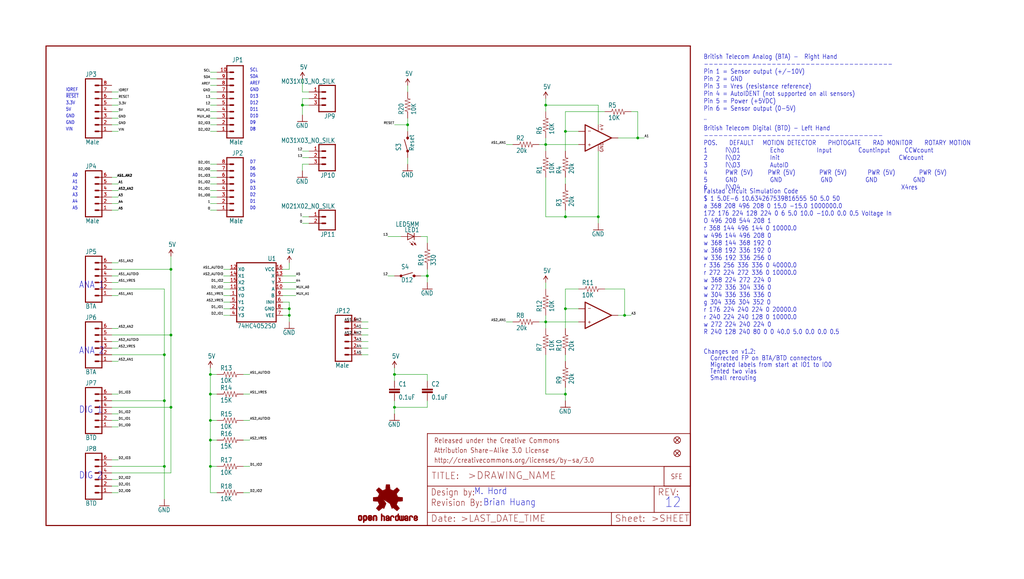
<source format=kicad_sch>
(kicad_sch (version 20211123) (generator eeschema)
  (paper "User" 395.63 223.926)
  (lib_symbols
    (symbol "schematicEagle-eagle-import:0.1UF-25V(+80{slash}-20%)(0603)"
      (property "Reference" "C" (at 1.524 2.921 0))
      (property "Value" "0.1UF-25V(+80{slash}-20%)(0603)" (at 1.524 -2.159 0))
      (symbol "0.1UF-25V(+80{slash}-20%)(0603)_1_0"
        (pin passive line (at 0 5.08 270) (length 2.54) (name "1") (number "1"))
        (pin passive line (at 0 -2.54 90) (length 2.54) (name "2") (number "2"))
      )
    )
    (symbol "schematicEagle-eagle-import:10KOHM1{slash}10W1%(0603)0603"
      (property "Reference" "R" (at -3.81 1.4986 0))
      (property "Value" "10KOHM1{slash}10W1%(0603)0603" (at -3.81 -3.302 0))
      (symbol "10KOHM1{slash}10W1%(0603)0603_1_0"
        (pin passive line (at -5.08 0 0) (length 2.54) (name "1") (number "1"))
        (pin passive line (at 5.08 0 180) (length 2.54) (name "2") (number "2"))
      )
    )
    (symbol "schematicEagle-eagle-import:15KOHM1{slash}10W1%(0603)0603"
      (property "Reference" "R" (at -3.81 1.4986 0))
      (property "Value" "15KOHM1{slash}10W1%(0603)0603" (at -3.81 -3.302 0))
      (symbol "15KOHM1{slash}10W1%(0603)0603_1_0"
        (pin passive line (at -5.08 0 0) (length 2.54) (name "1") (number "1"))
        (pin passive line (at 5.08 0 180) (length 2.54) (name "2") (number "2"))
      )
    )
    (symbol "schematicEagle-eagle-import:20KOHM1{slash}10W1%(0603)"
      (property "Reference" "R" (at -3.81 1.4986 0))
      (property "Value" "20KOHM1{slash}10W1%(0603)" (at -3.81 -3.302 0))
      (symbol "20KOHM1{slash}10W1%(0603)_1_0"
        (pin passive line (at -5.08 0 0) (length 2.54) (name "1") (number "1"))
        (pin passive line (at 5.08 0 180) (length 2.54) (name "2") (number "2"))
      )
    )
    (symbol "schematicEagle-eagle-import:330OHM1{slash}10W1%(0603)"
      (property "Reference" "R" (at -3.81 1.4986 0))
      (property "Value" "330OHM1{slash}10W1%(0603)" (at -3.81 -3.302 0))
      (symbol "330OHM1{slash}10W1%(0603)_1_0"
        (pin passive line (at -5.08 0 0) (length 2.54) (name "1") (number "1"))
        (pin passive line (at 5.08 0 180) (length 2.54) (name "2") (number "2"))
      )
    )
    (symbol "schematicEagle-eagle-import:5V" (power)
      (property "Value" "5V" (at -1.016 3.556 0))
      (symbol "5V_1_0"
        (pin power_in line (at 0 0 90) (length 2.54) (name "5V") (number "1"))
      )
    )
    (symbol "schematicEagle-eagle-import:74HC4052SO"
      (property "Reference" "U" (at -7.62 10.795 0))
      (property "Value" "74HC4052SO" (at -7.62 -15.24 0))
      (symbol "74HC4052SO_1_0"
        (pin bidirectional line (at 10.16 -2.54 180) (length 2.54) (name "Y0") (number "1"))
        (pin input line (at -10.16 0 0) (length 2.54) (name "A") (number "10"))
        (pin bidirectional line (at 10.16 0 180) (length 2.54) (name "X3") (number "11"))
        (pin bidirectional line (at 10.16 7.62 180) (length 2.54) (name "X0") (number "12"))
        (pin bidirectional line (at -10.16 5.08 0) (length 2.54) (name "X") (number "13"))
        (pin bidirectional line (at 10.16 5.08 180) (length 2.54) (name "X1") (number "14"))
        (pin bidirectional line (at 10.16 2.54 180) (length 2.54) (name "X2") (number "15"))
        (pin power_in line (at -10.16 7.62 0) (length 2.54) (name "VCC") (number "16"))
        (pin bidirectional line (at 10.16 -7.62 180) (length 2.54) (name "Y2") (number "2"))
        (pin bidirectional line (at -10.16 2.54 0) (length 2.54) (name "Y") (number "3"))
        (pin bidirectional line (at 10.16 -10.16 180) (length 2.54) (name "Y3") (number "4"))
        (pin bidirectional line (at 10.16 -5.08 180) (length 2.54) (name "Y1") (number "5"))
        (pin input line (at -10.16 -5.08 0) (length 2.54) (name "INH") (number "6"))
        (pin power_in line (at -10.16 -10.16 0) (length 2.54) (name "VEE") (number "7"))
        (pin power_in line (at -10.16 -7.62 0) (length 2.54) (name "GND") (number "8"))
        (pin input line (at -10.16 -2.54 0) (length 2.54) (name "B") (number "9"))
      )
    )
    (symbol "schematicEagle-eagle-import:FIDUCIAL1X2")
    (symbol "schematicEagle-eagle-import:FRAME-LETTER"
      (symbol "FRAME-LETTER_2_0"
        (text ">DRAWING_NAME" (at 15.494 17.78 0) (effects (font (size 2.7432 2.7432)) (justify left bottom)))
        (text ">LAST_DATE_TIME" (at 12.7 1.27 0) (effects (font (size 2.54 2.54)) (justify left bottom)))
        (text ">SHEET" (at 86.36 1.27 0) (effects (font (size 2.54 2.54)) (justify left bottom)))
        (text "Attribution Share-Alike 3.0 License" (at 2.54 27.94 0) (effects (font (size 1.9304 1.6408)) (justify left bottom)))
        (text "Date:" (at 1.27 1.27 0) (effects (font (size 2.54 2.54)) (justify left bottom)))
        (text "Design by:" (at 1.27 11.43 0) (effects (font (size 2.54 2.159)) (justify left bottom)))
        (text "http://creativecommons.org/licenses/by-sa/3.0" (at 2.54 24.13 0) (effects (font (size 1.9304 1.6408)) (justify left bottom)))
        (text "Released under the Creative Commons" (at 2.54 31.75 0) (effects (font (size 1.9304 1.6408)) (justify left bottom)))
        (text "REV:" (at 88.9 11.43 0) (effects (font (size 2.54 2.54)) (justify left bottom)))
        (text "Sheet:" (at 72.39 1.27 0) (effects (font (size 2.54 2.54)) (justify left bottom)))
        (text "TITLE:" (at 1.524 17.78 0) (effects (font (size 2.54 2.54)) (justify left bottom)))
      )
    )
    (symbol "schematicEagle-eagle-import:GND" (power)
      (property "Value" "GND" (at -2.54 -2.54 0))
      (symbol "GND_1_0"
        (pin power_in line (at 0 2.54 270) (length 2.54) (name "GND") (number "1"))
      )
    )
    (symbol "schematicEagle-eagle-import:LED5MM"
      (property "Reference" "LED" (at 3.556 -4.572 90))
      (property "Value" "LED5MM" (at 5.715 -4.572 90))
      (symbol "LED5MM_1_0"
        (pin passive line (at 0 2.54 270) (length 2.54) (name "A") (number "A"))
        (pin passive line (at 0 -5.08 90) (length 2.54) (name "C") (number "K"))
      )
    )
    (symbol "schematicEagle-eagle-import:LMV358SOICT"
      (symbol "LMV358SOICT_1_0"
        (text "+" (at -4.318 -3.302 0) (effects (font (size 1.27 1.27)) (justify left bottom)))
        (text "+V" (at 2.032 2.54 900) (effects (font (size 1.27 1.27)) (justify left bottom)))
        (text "-" (at -4.318 2.032 0) (effects (font (size 1.27 1.27)) (justify left bottom)))
        (text "GND" (at 2.032 -5.588 900) (effects (font (size 1.27 1.27)) (justify left bottom)))
        (pin output line (at 7.62 0 180) (length 2.54) (name "OUT1") (number "1"))
        (pin input line (at -7.62 2.54 0) (length 2.54) (name "-IN1") (number "2"))
        (pin input line (at -7.62 -2.54 0) (length 2.54) (name "+IN1") (number "3"))
        (pin power_in line (at 0 -5.08 90) (length 2.54) (name "GND") (number "4"))
        (pin power_in line (at 0 5.08 270) (length 2.54) (name "+V") (number "8"))
      )
      (symbol "LMV358SOICT_2_0"
        (text "+" (at -4.318 -3.302 0) (effects (font (size 1.27 1.27)) (justify left bottom)))
        (text "-" (at -4.318 2.032 0) (effects (font (size 1.27 1.27)) (justify left bottom)))
        (pin input line (at -7.62 -2.54 0) (length 2.54) (name "+IN2") (number "5"))
        (pin input line (at -7.62 2.54 0) (length 2.54) (name "-IN2") (number "6"))
        (pin output line (at 7.62 0 180) (length 2.54) (name "OUT2") (number "7"))
      )
    )
    (symbol "schematicEagle-eagle-import:LOGO-SFESK"
      (symbol "LOGO-SFESK_1_0"
        (text "SFE" (at 0 0 0) (effects (font (size 1.9304 1.6408)) (justify left bottom)))
      )
    )
    (symbol "schematicEagle-eagle-import:M021X02_NO_SILK"
      (property "Reference" "JP" (at -2.54 5.842 0))
      (property "Value" "M021X02_NO_SILK" (at -2.54 -5.08 0))
      (symbol "M021X02_NO_SILK_1_0"
        (pin passive line (at 7.62 0 180) (length 5.08) (name "1") (number "1"))
        (pin passive line (at 7.62 2.54 180) (length 5.08) (name "2") (number "2"))
      )
    )
    (symbol "schematicEagle-eagle-import:M031X03_NO_SILK"
      (property "Reference" "JP" (at -2.54 5.842 0))
      (property "Value" "M031X03_NO_SILK" (at -2.54 -7.62 0))
      (symbol "M031X03_NO_SILK_1_0"
        (pin passive line (at 7.62 -2.54 180) (length 5.08) (name "1") (number "1"))
        (pin passive line (at 7.62 0 180) (length 5.08) (name "2") (number "2"))
        (pin passive line (at 7.62 2.54 180) (length 5.08) (name "3") (number "3"))
      )
    )
    (symbol "schematicEagle-eagle-import:M06SIP"
      (property "Reference" "JP" (at -5.08 10.922 0))
      (property "Value" "M06SIP" (at -5.08 -10.16 0))
      (symbol "M06SIP_1_0"
        (pin passive line (at 5.08 -5.08 180) (length 5.08) (name "1") (number "1"))
        (pin passive line (at 5.08 -2.54 180) (length 5.08) (name "2") (number "2"))
        (pin passive line (at 5.08 0 180) (length 5.08) (name "3") (number "3"))
        (pin passive line (at 5.08 2.54 180) (length 5.08) (name "4") (number "4"))
        (pin passive line (at 5.08 5.08 180) (length 5.08) (name "5") (number "5"))
        (pin passive line (at 5.08 7.62 180) (length 5.08) (name "6") (number "6"))
      )
    )
    (symbol "schematicEagle-eagle-import:M06SMD_MALE"
      (property "Reference" "JP" (at -5.08 10.922 0))
      (property "Value" "M06SMD_MALE" (at -5.08 -10.16 0))
      (symbol "M06SMD_MALE_1_0"
        (pin passive line (at 5.08 -5.08 180) (length 5.08) (name "1") (number "1"))
        (pin passive line (at 5.08 -2.54 180) (length 5.08) (name "2") (number "2"))
        (pin passive line (at 5.08 0 180) (length 5.08) (name "3") (number "3"))
        (pin passive line (at 5.08 2.54 180) (length 5.08) (name "4") (number "4"))
        (pin passive line (at 5.08 5.08 180) (length 5.08) (name "5") (number "5"))
        (pin passive line (at 5.08 7.62 180) (length 5.08) (name "6") (number "6"))
      )
    )
    (symbol "schematicEagle-eagle-import:M06VERNIER-ANALOG"
      (property "Reference" "JP" (at -5.08 10.922 0))
      (property "Value" "M06VERNIER-ANALOG" (at -5.08 -10.16 0))
      (symbol "M06VERNIER-ANALOG_1_0"
        (pin passive line (at 5.08 -5.08 180) (length 5.08) (name "1") (number "1"))
        (pin passive line (at 5.08 -2.54 180) (length 5.08) (name "2") (number "2"))
        (pin passive line (at 5.08 0 180) (length 5.08) (name "3") (number "3"))
        (pin passive line (at 5.08 2.54 180) (length 5.08) (name "4") (number "4"))
        (pin passive line (at 5.08 5.08 180) (length 5.08) (name "5") (number "5"))
        (pin passive line (at 5.08 7.62 180) (length 5.08) (name "6") (number "6"))
      )
    )
    (symbol "schematicEagle-eagle-import:M06VERNIER-DIGITAL"
      (property "Reference" "JP" (at -5.08 10.922 0))
      (property "Value" "M06VERNIER-DIGITAL" (at -5.08 -10.16 0))
      (symbol "M06VERNIER-DIGITAL_1_0"
        (pin passive line (at 5.08 -5.08 180) (length 5.08) (name "1") (number "1"))
        (pin passive line (at 5.08 -2.54 180) (length 5.08) (name "2") (number "2"))
        (pin passive line (at 5.08 0 180) (length 5.08) (name "3") (number "3"))
        (pin passive line (at 5.08 2.54 180) (length 5.08) (name "4") (number "4"))
        (pin passive line (at 5.08 5.08 180) (length 5.08) (name "5") (number "5"))
        (pin passive line (at 5.08 7.62 180) (length 5.08) (name "6") (number "6"))
      )
    )
    (symbol "schematicEagle-eagle-import:M08SMD-MALE"
      (property "Reference" "JP" (at -5.08 13.462 0))
      (property "Value" "M08SMD-MALE" (at -5.08 -12.7 0))
      (symbol "M08SMD-MALE_1_0"
        (pin passive line (at 5.08 -7.62 180) (length 5.08) (name "1") (number "1"))
        (pin passive line (at 5.08 -5.08 180) (length 5.08) (name "2") (number "2"))
        (pin passive line (at 5.08 -2.54 180) (length 5.08) (name "3") (number "3"))
        (pin passive line (at 5.08 0 180) (length 5.08) (name "4") (number "4"))
        (pin passive line (at 5.08 2.54 180) (length 5.08) (name "5") (number "5"))
        (pin passive line (at 5.08 5.08 180) (length 5.08) (name "6") (number "6"))
        (pin passive line (at 5.08 7.62 180) (length 5.08) (name "7") (number "7"))
        (pin passive line (at 5.08 10.16 180) (length 5.08) (name "8") (number "8"))
      )
    )
    (symbol "schematicEagle-eagle-import:M10SMD_MALE"
      (property "Reference" "JP" (at 0 8.89 0))
      (property "Value" "M10SMD_MALE" (at 0 -22.86 0))
      (symbol "M10SMD_MALE_1_0"
        (pin passive line (at 10.16 -17.78 180) (length 5.08) (name "1") (number "1"))
        (pin passive line (at 10.16 5.08 180) (length 5.08) (name "10") (number "10"))
        (pin passive line (at 10.16 -15.24 180) (length 5.08) (name "2") (number "2"))
        (pin passive line (at 10.16 -12.7 180) (length 5.08) (name "3") (number "3"))
        (pin passive line (at 10.16 -10.16 180) (length 5.08) (name "4") (number "4"))
        (pin passive line (at 10.16 -7.62 180) (length 5.08) (name "5") (number "5"))
        (pin passive line (at 10.16 -5.08 180) (length 5.08) (name "6") (number "6"))
        (pin passive line (at 10.16 -2.54 180) (length 5.08) (name "7") (number "7"))
        (pin passive line (at 10.16 0 180) (length 5.08) (name "8") (number "8"))
        (pin passive line (at 10.16 2.54 180) (length 5.08) (name "9") (number "9"))
      )
    )
    (symbol "schematicEagle-eagle-import:OSHW-LOGOS")
    (symbol "schematicEagle-eagle-import:REVISION"
      (symbol "REVISION_1_0"
        (text "Revision By: " (at 0 0 0) (effects (font (size 2.54 2.159)) (justify left bottom)))
      )
    )
    (symbol "schematicEagle-eagle-import:SWITCH-MOMENTARY-2PTH"
      (property "Reference" "S" (at -2.54 2.54 0))
      (property "Value" "SWITCH-MOMENTARY-2PTH" (at -2.54 -2.54 0))
      (symbol "SWITCH-MOMENTARY-2PTH_1_0"
        (pin passive line (at -5.08 0 0) (length 2.54) (name "1") (number "1"))
        (pin passive line (at 5.08 0 180) (length 2.54) (name "2") (number "3"))
      )
    )
  )
  (junction (at 218.44 50.8))
  (junction (at 111.76 121.92))
  (junction (at 63.5 137.16))
  (junction (at 81.28 170.18))
  (junction (at 218.44 119.38))
  (junction (at 210.82 124.46))
  (junction (at 152.4 157.48))
  (junction (at 152.4 144.78))
  (junction (at 210.82 40.64))
  (junction (at 111.76 119.38))
  (junction (at 66.04 157.48))
  (junction (at 63.5 180.34))
  (junction (at 210.82 55.88))
  (junction (at 81.28 180.34))
  (junction (at 66.04 104.14))
  (junction (at 241.3 121.92))
  (junction (at 66.04 129.54))
  (junction (at 246.38 53.34))
  (junction (at 81.28 152.4))
  (junction (at 165.1 106.68))
  (junction (at 218.44 152.4))
  (junction (at 81.28 162.56))
  (junction (at 63.5 154.94))
  (junction (at 81.28 144.78))
  (junction (at 231.14 83.82))
  (junction (at 116.84 40.64))
  (junction (at 157.48 48.26))
  (junction (at 218.44 83.82))
  (wire (pts (xy 116.84 63.5) (xy 116.84 66.04)))
  (wire (pts (xy 165.1 154.94) (xy 165.1 157.48)))
  (wire (pts (xy 246.38 53.34) (xy 238.76 53.34)))
  (wire (pts (xy 210.82 43.18) (xy 210.82 40.64)))
  (wire (pts (xy 218.44 43.18) (xy 233.68 43.18)))
  (wire (pts (xy 43.18 134.62) (xy 45.72 134.62)))
  (wire (pts (xy 210.82 152.4) (xy 218.44 152.4)))
  (wire (pts (xy 165.1 106.68) (xy 165.1 104.14)))
  (wire (pts (xy 63.5 154.94) (xy 63.5 180.34)))
  (wire (pts (xy 43.18 104.14) (xy 66.04 104.14)))
  (wire (pts (xy 157.48 50.8) (xy 157.48 48.26)))
  (wire (pts (xy 218.44 127) (xy 218.44 119.38)))
  (wire (pts (xy 43.18 101.6) (xy 45.72 101.6)))
  (wire (pts (xy 210.82 83.82) (xy 218.44 83.82)))
  (wire (pts (xy 43.18 132.08) (xy 45.72 132.08)))
  (wire (pts (xy 109.22 106.68) (xy 114.3 106.68)))
  (wire (pts (xy 43.18 127) (xy 45.72 127)))
  (wire (pts (xy 83.82 190.5) (xy 81.28 190.5)))
  (wire (pts (xy 43.18 154.94) (xy 63.5 154.94)))
  (wire (pts (xy 139.7 132.08) (xy 142.24 132.08)))
  (wire (pts (xy 63.5 137.16) (xy 63.5 154.94)))
  (wire (pts (xy 231.14 83.82) (xy 231.14 86.36)))
  (wire (pts (xy 83.82 50.8) (xy 81.28 50.8)))
  (wire (pts (xy 111.76 116.84) (xy 111.76 119.38)))
  (wire (pts (xy 139.7 124.46) (xy 142.24 124.46)))
  (wire (pts (xy 119.38 58.42) (xy 116.84 58.42)))
  (wire (pts (xy 109.22 116.84) (xy 111.76 116.84)))
  (wire (pts (xy 210.82 111.76) (xy 210.82 109.22)))
  (wire (pts (xy 93.98 180.34) (xy 96.52 180.34)))
  (wire (pts (xy 109.22 114.3) (xy 114.3 114.3)))
  (wire (pts (xy 81.28 170.18) (xy 83.82 170.18)))
  (wire (pts (xy 218.44 119.38) (xy 223.52 119.38)))
  (wire (pts (xy 81.28 144.78) (xy 83.82 144.78)))
  (wire (pts (xy 43.18 50.8) (xy 45.72 50.8)))
  (wire (pts (xy 162.56 106.68) (xy 165.1 106.68)))
  (wire (pts (xy 88.9 116.84) (xy 86.36 116.84)))
  (wire (pts (xy 152.4 154.94) (xy 152.4 157.48)))
  (wire (pts (xy 139.7 134.62) (xy 142.24 134.62)))
  (wire (pts (xy 208.28 124.46) (xy 210.82 124.46)))
  (wire (pts (xy 109.22 104.14) (xy 111.76 104.14)))
  (wire (pts (xy 119.38 63.5) (xy 116.84 63.5)))
  (wire (pts (xy 81.28 180.34) (xy 81.28 170.18)))
  (wire (pts (xy 210.82 137.16) (xy 210.82 152.4)))
  (wire (pts (xy 210.82 55.88) (xy 208.28 55.88)))
  (wire (pts (xy 83.82 38.1) (xy 81.28 38.1)))
  (wire (pts (xy 152.4 48.26) (xy 157.48 48.26)))
  (wire (pts (xy 119.38 38.1) (xy 116.84 38.1)))
  (wire (pts (xy 241.3 111.76) (xy 241.3 121.92)))
  (wire (pts (xy 43.18 177.8) (xy 45.72 177.8)))
  (wire (pts (xy 83.82 81.28) (xy 81.28 81.28)))
  (wire (pts (xy 83.82 73.66) (xy 81.28 73.66)))
  (wire (pts (xy 83.82 40.64) (xy 81.28 40.64)))
  (wire (pts (xy 116.84 40.64) (xy 116.84 44.45)))
  (wire (pts (xy 157.48 63.5) (xy 157.48 60.96)))
  (wire (pts (xy 88.9 106.68) (xy 86.36 106.68)))
  (wire (pts (xy 83.82 68.58) (xy 81.28 68.58)))
  (wire (pts (xy 43.18 160.02) (xy 45.72 160.02)))
  (wire (pts (xy 83.82 43.18) (xy 81.28 43.18)))
  (wire (pts (xy 218.44 50.8) (xy 218.44 43.18)))
  (wire (pts (xy 43.18 111.76) (xy 63.5 111.76)))
  (wire (pts (xy 43.18 45.72) (xy 45.72 45.72)))
  (wire (pts (xy 233.68 111.76) (xy 241.3 111.76)))
  (wire (pts (xy 165.1 144.78) (xy 165.1 147.32)))
  (wire (pts (xy 43.18 187.96) (xy 45.72 187.96)))
  (wire (pts (xy 83.82 76.2) (xy 81.28 76.2)))
  (wire (pts (xy 165.1 157.48) (xy 152.4 157.48)))
  (wire (pts (xy 43.18 190.5) (xy 45.72 190.5)))
  (wire (pts (xy 81.28 142.24) (xy 81.28 144.78)))
  (wire (pts (xy 210.82 40.64) (xy 231.14 40.64)))
  (wire (pts (xy 116.84 30.48) (xy 116.84 35.56)))
  (wire (pts (xy 119.38 83.82) (xy 116.84 83.82)))
  (wire (pts (xy 111.76 104.14) (xy 111.76 101.6)))
  (wire (pts (xy 43.18 78.74) (xy 45.72 78.74)))
  (wire (pts (xy 231.14 40.64) (xy 231.14 48.26)))
  (wire (pts (xy 83.82 152.4) (xy 81.28 152.4)))
  (wire (pts (xy 116.84 38.1) (xy 116.84 40.64)))
  (wire (pts (xy 63.5 180.34) (xy 63.5 193.04)))
  (wire (pts (xy 43.18 114.3) (xy 45.72 114.3)))
  (wire (pts (xy 93.98 190.5) (xy 96.52 190.5)))
  (wire (pts (xy 43.18 81.28) (xy 45.72 81.28)))
  (wire (pts (xy 139.7 127) (xy 142.24 127)))
  (wire (pts (xy 88.9 111.76) (xy 86.36 111.76)))
  (wire (pts (xy 218.44 71.12) (xy 218.44 68.58)))
  (wire (pts (xy 109.22 111.76) (xy 114.3 111.76)))
  (wire (pts (xy 218.44 50.8) (xy 223.52 50.8)))
  (wire (pts (xy 154.94 91.44) (xy 149.86 91.44)))
  (wire (pts (xy 83.82 30.48) (xy 81.28 30.48)))
  (wire (pts (xy 218.44 137.16) (xy 218.44 139.7)))
  (wire (pts (xy 81.28 190.5) (xy 81.28 180.34)))
  (wire (pts (xy 83.82 48.26) (xy 81.28 48.26)))
  (wire (pts (xy 88.9 104.14) (xy 86.36 104.14)))
  (wire (pts (xy 165.1 91.44) (xy 162.56 91.44)))
  (wire (pts (xy 152.4 144.78) (xy 152.4 142.24)))
  (wire (pts (xy 83.82 180.34) (xy 81.28 180.34)))
  (wire (pts (xy 109.22 119.38) (xy 111.76 119.38)))
  (wire (pts (xy 246.38 43.18) (xy 246.38 53.34)))
  (wire (pts (xy 218.44 119.38) (xy 218.44 111.76)))
  (wire (pts (xy 43.18 157.48) (xy 66.04 157.48)))
  (wire (pts (xy 66.04 157.48) (xy 66.04 129.54)))
  (wire (pts (xy 157.48 48.26) (xy 157.48 45.72)))
  (wire (pts (xy 243.84 43.18) (xy 246.38 43.18)))
  (wire (pts (xy 81.28 144.78) (xy 81.28 152.4)))
  (wire (pts (xy 246.38 53.34) (xy 248.92 53.34)))
  (wire (pts (xy 93.98 152.4) (xy 96.52 152.4)))
  (wire (pts (xy 93.98 144.78) (xy 96.52 144.78)))
  (wire (pts (xy 152.4 144.78) (xy 165.1 144.78)))
  (wire (pts (xy 81.28 152.4) (xy 81.28 162.56)))
  (wire (pts (xy 83.82 71.12) (xy 81.28 71.12)))
  (wire (pts (xy 83.82 162.56) (xy 81.28 162.56)))
  (wire (pts (xy 88.9 109.22) (xy 86.36 109.22)))
  (wire (pts (xy 152.4 147.32) (xy 152.4 144.78)))
  (wire (pts (xy 43.18 185.42) (xy 45.72 185.42)))
  (wire (pts (xy 210.82 127) (xy 210.82 124.46)))
  (wire (pts (xy 152.4 157.48) (xy 152.4 160.02)))
  (wire (pts (xy 43.18 35.56) (xy 45.72 35.56)))
  (wire (pts (xy 210.82 124.46) (xy 223.52 124.46)))
  (wire (pts (xy 210.82 55.88) (xy 210.82 53.34)))
  (wire (pts (xy 119.38 60.96) (xy 116.84 60.96)))
  (wire (pts (xy 43.18 68.58) (xy 45.22 68.58)))
  (wire (pts (xy 157.48 35.56) (xy 157.48 33.02)))
  (wire (pts (xy 152.4 106.68) (xy 149.86 106.68)))
  (wire (pts (xy 165.1 93.98) (xy 165.1 91.44)))
  (wire (pts (xy 43.18 152.4) (xy 45.72 152.4)))
  (wire (pts (xy 111.76 121.92) (xy 111.76 124.46)))
  (wire (pts (xy 218.44 111.76) (xy 223.52 111.76)))
  (wire (pts (xy 83.82 45.72) (xy 81.28 45.72)))
  (wire (pts (xy 210.82 55.88) (xy 223.52 55.88)))
  (wire (pts (xy 43.18 109.22) (xy 45.72 109.22)))
  (wire (pts (xy 111.76 119.38) (xy 111.76 121.92)))
  (wire (pts (xy 43.18 76.2) (xy 45.72 76.2)))
  (wire (pts (xy 198.12 124.46) (xy 195.58 124.46)))
  (wire (pts (xy 43.18 129.54) (xy 66.04 129.54)))
  (wire (pts (xy 43.18 71.12) (xy 45.72 71.12)))
  (wire (pts (xy 43.18 38.1) (xy 45.72 38.1)))
  (wire (pts (xy 83.82 66.04) (xy 81.28 66.04)))
  (wire (pts (xy 43.18 182.88) (xy 66.04 182.88)))
  (wire (pts (xy 43.18 106.68) (xy 45.72 106.68)))
  (wire (pts (xy 83.82 27.94) (xy 81.28 27.94)))
  (wire (pts (xy 218.44 83.82) (xy 231.14 83.82)))
  (wire (pts (xy 241.3 121.92) (xy 238.76 121.92)))
  (wire (pts (xy 218.44 81.28) (xy 218.44 83.82)))
  (wire (pts (xy 83.82 63.5) (xy 81.28 63.5)))
  (wire (pts (xy 139.7 129.54) (xy 142.24 129.54)))
  (wire (pts (xy 109.22 109.22) (xy 114.3 109.22)))
  (wire (pts (xy 66.04 104.14) (xy 66.04 99.06)))
  (wire (pts (xy 119.38 86.36) (xy 116.84 86.36)))
  (wire (pts (xy 109.22 121.92) (xy 111.76 121.92)))
  (wire (pts (xy 93.98 170.18) (xy 96.52 170.18)))
  (wire (pts (xy 43.18 139.7) (xy 45.72 139.7)))
  (wire (pts (xy 83.82 35.56) (xy 81.28 35.56)))
  (wire (pts (xy 43.18 48.26) (xy 45.72 48.26)))
  (wire (pts (xy 43.18 180.34) (xy 63.5 180.34)))
  (wire (pts (xy 63.5 111.76) (xy 63.5 137.16)))
  (wire (pts (xy 210.82 58.42) (xy 210.82 55.88)))
  (wire (pts (xy 88.9 121.92) (xy 86.36 121.92)))
  (wire (pts (xy 81.28 162.56) (xy 81.28 170.18)))
  (wire (pts (xy 210.82 40.64) (xy 210.82 38.1)))
  (wire (pts (xy 88.9 119.38) (xy 86.36 119.38)))
  (wire (pts (xy 43.18 73.66) (xy 45.72 73.66)))
  (wire (pts (xy 93.98 162.56) (xy 96.52 162.56)))
  (wire (pts (xy 43.18 40.64) (xy 45.72 40.64)))
  (wire (pts (xy 43.18 162.56) (xy 45.72 162.56)))
  (wire (pts (xy 218.44 149.86) (xy 218.44 152.4)))
  (wire (pts (xy 66.04 182.88) (xy 66.04 157.48)))
  (wire (pts (xy 210.82 124.46) (xy 210.82 121.92)))
  (wire (pts (xy 218.44 152.4) (xy 218.44 154.94)))
  (wire (pts (xy 66.04 129.54) (xy 66.04 104.14)))
  (wire (pts (xy 43.18 43.18) (xy 45.72 43.18)))
  (wire (pts (xy 43.18 137.16) (xy 63.5 137.16)))
  (wire (pts (xy 88.9 114.3) (xy 86.36 114.3)))
  (wire (pts (xy 139.7 137.16) (xy 142.24 137.16)))
  (wire (pts (xy 165.1 106.68) (xy 165.1 109.22)))
  (wire (pts (xy 119.38 35.56) (xy 116.84 35.56)))
  (wire (pts (xy 210.82 68.58) (xy 210.82 83.82)))
  (wire (pts (xy 241.3 121.92) (xy 243.84 121.92)))
  (wire (pts (xy 198.12 55.88) (xy 195.58 55.88)))
  (wire (pts (xy 119.38 40.64) (xy 116.84 40.64)))
  (wire (pts (xy 83.82 78.74) (xy 81.28 78.74)))
  (wire (pts (xy 83.82 33.02) (xy 81.28 33.02)))
  (wire (pts (xy 218.44 58.42) (xy 218.44 50.8)))
  (wire (pts (xy 231.14 83.82) (xy 231.14 58.42)))
  (wire (pts (xy 45.72 165.1) (xy 43.18 165.1)))
  (text "Changes on v1.2:" (at 271.78 137.16 180) (effects (font (size 1.778 1.5113)) (justify left bottom)))
  (text "AREF" (at 96.52 33.02 180) (effects (font (size 1.27 1.0795)) (justify left bottom)))
  (text "D2" (at 96.52 76.2 180) (effects (font (size 1.27 1.0795)) (justify left bottom)))
  (text "\"" (at 271.78 48.26 180) (effects (font (size 1.778 1.5113)) (justify left bottom)))
  (text "D7" (at 96.52 63.5 180) (effects (font (size 1.27 1.0795)) (justify left bottom)))
  (text "British Telecom Digital (BTD) - Left Hand\n-------------------------------------\nPOS.    DEFAULT   MOTION DETECTOR    PHOTOGATE    RAD MONITOR    ROTARY MOTION\n1      I\\\\O1          Echo           Input         Countinput     CCWcount\n2      I\\\\O2          Init                                        CWcount\n3      I\\\\O3          AutoID\n4      PWR (5V)     PWR (5V)        PWR (5V)       PWR (5V)        PWR (5V)\n5      GND           GND             GND           GND            GND\n6      I\\\\O4                                                      X4res" (at 271.78 73.66 0) (effects (font (size 1.778 1.5113)) (justify left bottom)))
  (text "Small rerouting" (at 274.32 147.32 180) (effects (font (size 1.778 1.5113)) (justify left bottom)))
  (text "A1" (at 27.94 71.12 180) (effects (font (size 1.27 1.0795)) (justify left bottom)))
  (text "D8" (at 96.52 50.8 180) (effects (font (size 1.27 1.0795)) (justify left bottom)))
  (text "VIN" (at 25.4 50.8 180) (effects (font (size 1.27 1.0795)) (justify left bottom)))
  (text "A0" (at 27.94 68.58 180) (effects (font (size 1.27 1.0795)) (justify left bottom)))
  (text "DIG 2" (at 30.48 185.42 180) (effects (font (size 2.54 2.159)) (justify left bottom)))
  (text "~{RESET}" (at 25.4 38.1 180) (effects (font (size 1.27 1.0795)) (justify left bottom)))
  (text "5V" (at 25.4 43.18 180) (effects (font (size 1.27 1.0795)) (justify left bottom)))
  (text "D12" (at 96.52 40.64 180) (effects (font (size 1.27 1.0795)) (justify left bottom)))
  (text "Tented two vias" (at 274.32 144.78 180) (effects (font (size 1.778 1.5113)) (justify left bottom)))
  (text "DIG 1" (at 30.48 160.02 180) (effects (font (size 2.54 2.159)) (justify left bottom)))
  (text "D10" (at 96.52 45.72 180) (effects (font (size 1.27 1.0795)) (justify left bottom)))
  (text "Migrated labels from start at IO1 to IO0" (at 274.32 142.24 180) (effects (font (size 1.778 1.5113)) (justify left bottom)))
  (text "12" (at 256.794 196.596 180) (effects (font (size 3.81 3.2385)) (justify left bottom)))
  (text "A4" (at 27.94 78.74 180) (effects (font (size 1.27 1.0795)) (justify left bottom)))
  (text "A3" (at 27.94 76.2 180) (effects (font (size 1.27 1.0795)) (justify left bottom)))
  (text "ANA 1" (at 30.48 111.76 180) (effects (font (size 2.54 2.159)) (justify left bottom)))
  (text "D5" (at 96.52 68.58 180) (effects (font (size 1.27 1.0795)) (justify left bottom)))
  (text "D0" (at 96.52 81.28 180) (effects (font (size 1.27 1.0795)) (justify left bottom)))
  (text "Falstad circuit Simulation Code\n$ 1 5.0E-6 10.634267539816555 50 5.0 50\na 368 208 496 208 0 15.0 -15.0 1000000.0\n172 176 224 128 224 0 6 5.0 10.0 -10.0 0.0 0.5 Voltage In\nO 496 208 544 208 1\nr 368 144 496 144 0 10000.0\nw 496 144 496 208 0\nw 368 144 368 192 0\nw 368 192 336 192 0\nw 336 192 336 256 0\nr 336 256 336 336 0 40000.0\nr 272 224 272 336 0 10000.0\nw 368 224 272 224 0\nw 272 336 304 336 0\nw 304 336 336 336 0\ng 304 336 304 352 0\nr 176 224 240 224 0 20000.0\nr 240 224 240 128 0 10000.0\nw 272 224 240 224 0\nR 240 128 240 80 0 0 40.0 5.0 0.0 0.0 0.5" (at 271.78 129.54 0) (effects (font (size 1.778 1.5113)) (justify left bottom)))
  (text "D6" (at 96.52 66.04 180) (effects (font (size 1.27 1.0795)) (justify left bottom)))
  (text "D4" (at 96.52 71.12 180) (effects (font (size 1.27 1.0795)) (justify left bottom)))
  (text "A2" (at 27.94 73.66 180) (effects (font (size 1.27 1.0795)) (justify left bottom)))
  (text "D3" (at 96.52 73.66 180) (effects (font (size 1.27 1.0795)) (justify left bottom)))
  (text "A5" (at 27.94 81.28 180) (effects (font (size 1.27 1.0795)) (justify left bottom)))
  (text "SDA" (at 96.52 30.48 180) (effects (font (size 1.27 1.0795)) (justify left bottom)))
  (text "GND" (at 25.4 48.26 180) (effects (font (size 1.27 1.0795)) (justify left bottom)))
  (text "SCL" (at 96.52 27.94 180) (effects (font (size 1.27 1.0795)) (justify left bottom)))
  (text "GND" (at 96.52 35.56 180) (effects (font (size 1.27 1.0795)) (justify left bottom)))
  (text "D9" (at 96.52 48.26 180) (effects (font (size 1.27 1.0795)) (justify left bottom)))
  (text "Corrected FP on BTA/BTD connectors" (at 274.32 139.7 180) (effects (font (size 1.778 1.5113)) (justify left bottom)))
  (text "D13" (at 96.52 38.1 180) (effects (font (size 1.27 1.0795)) (justify left bottom)))
  (text "Brian Huang" (at 186.69 195.834 180) (effects (font (size 2.54 2.159)) (justify left bottom)))
  (text "GND" (at 25.4 45.72 180) (effects (font (size 1.27 1.0795)) (justify left bottom)))
  (text "ANA 2" (at 30.48 137.16 180) (effects (font (size 2.54 2.159)) (justify left bottom)))
  (text "British Telecom Analog (BTA) -  Right Hand\n---------------------------------------\nPin 1 = Sensor output (+/-10V)\nPin 2 = GND\nPin 3 = Vres (resistance reference)\nPin 4 = AutoIDENT (not supported on all sensors)\nPin 5 = Power (+5VDC)\nPin 6 = Sensor output (0-5V)" (at 271.78 43.18 0) (effects (font (size 1.778 1.5113)) (justify left bottom)))
  (text "D1" (at 96.52 78.74 180) (effects (font (size 1.27 1.0795)) (justify left bottom)))
  (text "IOREF" (at 25.4 35.56 180) (effects (font (size 1.27 1.0795)) (justify left bottom)))
  (text "M. Hord" (at 183.134 191.516 180) (effects (font (size 2.54 2.159)) (justify left bottom)))
  (text "3.3V" (at 25.4 40.64 180) (effects (font (size 1.27 1.0795)) (justify left bottom)))
  (text "D11" (at 96.52 43.18 180) (effects (font (size 1.27 1.0795)) (justify left bottom)))
  (label "IOREF" (at 45.72 35.56 0) (effects (font (size 0.889 0.889))))
  (label "AS1_AN2" (at 139.7 124.46 180) (effects (font (size 1.016 1.016))))
  (label "SDA" (at 81.28 30.48 180) (effects (font (size 0.889 0.889))))
  (label "A5" (at 45.72 81.28 0) (effects (font (size 0.889 0.889))))
  (label "AS1_VRES" (at 96.52 152.4 0) (effects (font (size 0.889 0.889))))
  (label "A4" (at 45.72 78.74 0) (effects (font (size 0.889 0.889))))
  (label "MUX_A1" (at 81.28 43.18 180) (effects (font (size 0.889 0.889))))
  (label "AS1_AN1" (at 195.58 55.88 180) (effects (font (size 0.889 0.889))))
  (label "AS2_VRES" (at 86.36 116.84 180) (effects (font (size 0.889 0.889))))
  (label "A1" (at 248.92 53.34 0) (effects (font (size 0.889 0.889))))
  (label "5V" (at 45.72 43.18 0) (effects (font (size 0.889 0.889))))
  (label "AS2_AN1" (at 45.72 139.7 0) (effects (font (size 0.889 0.889))))
  (label "D1_IO2" (at 81.28 71.12 180) (effects (font (size 0.889 0.889))))
  (label "AS1_AUTOID" (at 96.52 144.78 0) (effects (font (size 0.889 0.889))))
  (label "AS2_AUTOID" (at 96.52 162.56 0) (effects (font (size 0.889 0.889))))
  (label "1" (at 81.28 78.74 180) (effects (font (size 0.889 0.889))))
  (label "AS2_VRES" (at 45.72 134.62 0) (effects (font (size 0.889 0.889))))
  (label "D2_IO0" (at 81.28 66.04 180) (effects (font (size 0.889 0.889))))
  (label "A3" (at 139.7 132.08 180) (effects (font (size 1.016 1.016))))
  (label "AS1_VRES" (at 45.72 109.22 0) (effects (font (size 0.889 0.889))))
  (label "D2_IO1" (at 81.28 63.5 180) (effects (font (size 0.889 0.889))))
  (label "D1_IO0" (at 81.28 76.2 180) (effects (font (size 0.889 0.889))))
  (label "AREF" (at 81.28 33.02 180) (effects (font (size 0.889 0.889))))
  (label "D2_IO2" (at 45.72 185.42 0) (effects (font (size 0.889 0.889))))
  (label "MUX_A0" (at 81.28 45.72 180) (effects (font (size 0.889 0.889))))
  (label "AS1_VRES" (at 86.36 114.3 180) (effects (font (size 0.889 0.889))))
  (label "GND" (at 45.72 45.72 0) (effects (font (size 0.889 0.889))))
  (label "D1_IO1" (at 45.72 162.56 0) (effects (font (size 0.889 0.889))))
  (label "RESET" (at 45.72 38.1 0) (effects (font (size 0.889 0.889))))
  (label "13" (at 149.86 91.44 180) (effects (font (size 0.889 0.889))))
  (label "D1_IO2" (at 45.72 160.02 0) (effects (font (size 0.889 0.889))))
  (label "AS2_AUTOID" (at 86.36 106.68 180) (effects (font (size 0.889 0.889))))
  (label "AS2_AN2" (at 45.72 127 0) (effects (font (size 0.889 0.889))))
  (label "A3" (at 45.72 76.2 0) (effects (font (size 0.889 0.889))))
  (label "AS2_VRES" (at 96.52 170.18 0) (effects (font (size 0.889 0.889))))
  (label "MUX_A1" (at 114.3 114.3 0) (effects (font (size 0.889 0.889))))
  (label "AS2_AN1" (at 195.58 124.46 180) (effects (font (size 0.889 0.889))))
  (label "13" (at 116.84 60.96 180) (effects (font (size 0.889 0.889))))
  (label "12" (at 81.28 40.64 180) (effects (font (size 0.889 0.889))))
  (label "D1_IO1" (at 81.28 73.66 180) (effects (font (size 0.889 0.889))))
  (label "D1_IO0" (at 45.72 165.1 0) (effects (font (size 0.889 0.889))))
  (label "A1" (at 45.72 71.12 0) (effects (font (size 0.889 0.889))))
  (label "A5" (at 139.7 137.16 180) (effects (font (size 1.016 1.016))))
  (label "AS2_AN2" (at 45.72 73.66 0) (effects (font (size 0.889 0.889))))
  (label "D2_IO2" (at 81.28 50.8 180) (effects (font (size 0.889 0.889))))
  (label "A1" (at 139.7 127 180) (effects (font (size 1.016 1.016))))
  (label "GND" (at 81.28 35.56 180) (effects (font (size 0.889 0.889))))
  (label "AS1_AUTOID" (at 45.72 106.68 0) (effects (font (size 0.889 0.889))))
  (label "D2_IO1" (at 45.72 187.96 0) (effects (font (size 0.889 0.889))))
  (label "A1" (at 45.72 71.12 0) (effects (font (size 0.889 0.889))))
  (label "D1_IO1" (at 86.36 119.38 180) (effects (font (size 0.889 0.889))))
  (label "A5" (at 114.3 106.68 0) (effects (font (size 0.889 0.889))))
  (label "1" (at 116.84 83.82 180) (effects (font (size 0.889 0.889))))
  (label "0" (at 81.28 81.28 180) (effects (font (size 0.889 0.889))))
  (label "0" (at 116.84 86.36 180) (effects (font (size 0.889 0.889))))
  (label "A4" (at 114.3 109.22 0) (effects (font (size 0.889 0.889))))
  (label "D2_IO0" (at 45.72 190.5 0) (effects (font (size 0.889 0.889))))
  (label "D2_IO3" (at 45.72 177.8 0) (effects (font (size 0.889 0.889))))
  (label "AS1_AN2" (at 45.22 68.58 0) (effects (font (size 0.889 0.889))))
  (label "3.3V" (at 45.72 40.64 0) (effects (font (size 0.889 0.889))))
  (label "AS2_AUTOID" (at 45.72 132.08 0) (effects (font (size 0.889 0.889))))
  (label "12" (at 149.86 106.68 180) (effects (font (size 0.889 0.889))))
  (label "AS2_AN2" (at 45.72 73.66 0) (effects (font (size 0.889 0.889))))
  (label "AS1_AN2" (at 45.22 68.58 0) (effects (font (size 0.889 0.889))))
  (label "D1_IO3" (at 81.28 68.58 180) (effects (font (size 0.889 0.889))))
  (label "A4" (at 139.7 134.62 180) (effects (font (size 1.016 1.016))))
  (label "SCL" (at 81.28 27.94 180) (effects (font (size 0.889 0.889))))
  (label "AS2_AN2" (at 139.7 129.54 180) (effects (font (size 1.016 1.016))))
  (label "A3" (at 45.72 76.2 0) (effects (font (size 0.889 0.889))))
  (label "D1_IO2" (at 96.52 180.34 0) (effects (font (size 0.889 0.889))))
  (label "MUX_A0" (at 114.3 111.76 0) (effects (font (size 0.889 0.889))))
  (label "AS1_AN1" (at 45.72 114.3 0) (effects (font (size 0.889 0.889))))
  (label "D2_IO3" (at 81.28 48.26 180) (effects (font (size 0.889 0.889))))
  (label "12" (at 116.84 58.42 180) (effects (font (size 0.889 0.889))))
  (label "D2_IO2" (at 96.52 190.5 0) (effects (font (size 0.889 0.889))))
  (label "A3" (at 243.84 121.92 0) (effects (font (size 0.889 0.889))))
  (label "D1_IO3" (at 45.72 152.4 0) (effects (font (size 0.889 0.889))))
  (label "VIN" (at 45.72 50.8 0) (effects (font (size 0.889 0.889))))
  (label "D2_IO1" (at 86.36 121.92 180) (effects (font (size 0.889 0.889))))
  (label "A4" (at 45.72 78.74 0) (effects (font (size 0.889 0.889))))
  (label "AS1_AN2" (at 45.72 101.6 0) (effects (font (size 0.889 0.889))))
  (label "A5" (at 45.72 81.28 0) (effects (font (size 0.889 0.889))))
  (label "AS1_AN2" (at 45.22 68.58 0) (effects (font (size 0.889 0.889))))
  (label "RESET" (at 152.4 48.26 180) (effects (font (size 0.889 0.889))))
  (label "D1_IO2" (at 86.36 109.22 180) (effects (font (size 0.889 0.889))))
  (label "13" (at 81.28 38.1 180) (effects (font (size 0.889 0.889))))
  (label "D2_IO2" (at 86.36 111.76 180) (effects (font (size 0.889 0.889))))
  (label "GND" (at 45.72 48.26 0) (effects (font (size 0.889 0.889))))
  (label "AS1_AUTOID" (at 86.36 104.14 180) (effects (font (size 0.889 0.889))))
  (symbol (lib_id "schematicEagle-eagle-import:5V") (at 157.48 33.02 0) (unit 1)
    (property "Reference" "#SUPPLY7" (effects hide))
    (property "Value" "5V" (at 156.464 29.464 0) (effects (font (size 1.778 1.5113)) (justify left bottom)))
    (property "Footprint" "schematicEagle:" (effects hide))
  )
  (symbol (lib_id "schematicEagle-eagle-import:M06VERNIER-DIGITAL") (at 38.1 185.42 0) (unit 1)
    (property "Reference" "JP8" (at 33.02 174.498 0) (effects (font (size 1.778 1.5113)) (justify left bottom)))
    (property "Value" "BTD" (at 33.02 195.58 0) (effects (font (size 1.778 1.5113)) (justify left bottom)))
    (property "Footprint" "schematicEagle:BTD" (effects hide))
  )
  (symbol (lib_id "schematicEagle-eagle-import:SWITCH-MOMENTARY-2PTH") (at 157.48 106.68 0) (unit 1)
    (property "Reference" "S4" (at 154.94 104.14 0) (effects (font (size 1.778 1.5113)) (justify left bottom)))
    (property "Value" "D12" (at 154.94 109.22 0) (effects (font (size 1.778 1.5113)) (justify left bottom)))
    (property "Footprint" "schematicEagle:TACTILE-PTH" (effects hide))
  )
  (symbol (lib_id "schematicEagle-eagle-import:10KOHM1{slash}10W1%(0603)0603") (at 88.9 144.78 0) (unit 1)
    (property "Reference" "R13" (at 85.09 143.2814 0) (effects (font (size 1.778 1.5113)) (justify left bottom)))
    (property "Value" "10K" (at 85.09 148.082 0) (effects (font (size 1.778 1.5113)) (justify left bottom)))
    (property "Footprint" "schematicEagle:0603-RES" (effects hide))
  )
  (symbol (lib_id "schematicEagle-eagle-import:10KOHM1{slash}10W1%(0603)0603") (at 88.9 180.34 0) (unit 1)
    (property "Reference" "R17" (at 85.09 178.8414 0) (effects (font (size 1.778 1.5113)) (justify left bottom)))
    (property "Value" "10K" (at 85.09 183.642 0) (effects (font (size 1.778 1.5113)) (justify left bottom)))
    (property "Footprint" "schematicEagle:0603-RES" (effects hide))
  )
  (symbol (lib_id "schematicEagle-eagle-import:5V") (at 116.84 30.48 0) (unit 1)
    (property "Reference" "#SUPPLY8" (effects hide))
    (property "Value" "5V" (at 115.824 26.924 0) (effects (font (size 1.778 1.5113)) (justify left bottom)))
    (property "Footprint" "schematicEagle:" (effects hide))
  )
  (symbol (lib_id "schematicEagle-eagle-import:10KOHM1{slash}10W1%(0603)0603") (at 210.82 48.26 90) (unit 1)
    (property "Reference" "R6" (at 209.3214 52.07 0) (effects (font (size 1.778 1.5113)) (justify left bottom)))
    (property "Value" "10K" (at 214.122 52.07 0) (effects (font (size 1.778 1.5113)) (justify left bottom)))
    (property "Footprint" "schematicEagle:0603-RES" (effects hide))
  )
  (symbol (lib_id "schematicEagle-eagle-import:5V") (at 81.28 142.24 0) (unit 1)
    (property "Reference" "#SUPPLY5" (effects hide))
    (property "Value" "5V" (at 80.264 138.684 0) (effects (font (size 1.778 1.5113)) (justify left bottom)))
    (property "Footprint" "schematicEagle:" (effects hide))
  )
  (symbol (lib_id "schematicEagle-eagle-import:M031X03_NO_SILK") (at 127 60.96 180) (unit 1)
    (property "Reference" "JP10" (at 129.54 66.802 0) (effects (font (size 1.778 1.5113)) (justify left bottom)))
    (property "Value" "M031X03_NO_SILK" (at 129.54 53.34 0) (effects (font (size 1.778 1.5113)) (justify left bottom)))
    (property "Footprint" "schematicEagle:1X03_NO_SILK" (effects hide))
  )
  (symbol (lib_id "schematicEagle-eagle-import:REVISION") (at 166.37 195.834 0) (unit 1)
    (property "Reference" "U$1" (effects hide))
    (property "Value" "REVISION" (effects hide))
    (property "Footprint" "schematicEagle:REVISION" (effects hide))
  )
  (symbol (lib_id "schematicEagle-eagle-import:GND") (at 218.44 157.48 0) (unit 1)
    (property "Reference" "#GND2" (effects hide))
    (property "Value" "GND" (at 215.9 160.02 0) (effects (font (size 1.778 1.5113)) (justify left bottom)))
    (property "Footprint" "schematicEagle:" (effects hide))
  )
  (symbol (lib_id "schematicEagle-eagle-import:10KOHM1{slash}10W1%(0603)0603") (at 88.9 190.5 0) (unit 1)
    (property "Reference" "R18" (at 85.09 189.0014 0) (effects (font (size 1.778 1.5113)) (justify left bottom)))
    (property "Value" "10K" (at 85.09 193.802 0) (effects (font (size 1.778 1.5113)) (justify left bottom)))
    (property "Footprint" "schematicEagle:0603-RES" (effects hide))
  )
  (symbol (lib_id "schematicEagle-eagle-import:M08SMD-MALE") (at 88.9 73.66 0) (mirror y) (unit 1)
    (property "Reference" "JP2" (at 93.98 60.198 0) (effects (font (size 1.778 1.5113)) (justify left bottom)))
    (property "Value" "Male" (at 93.98 86.36 0) (effects (font (size 1.778 1.5113)) (justify left bottom)))
    (property "Footprint" "schematicEagle:1X08_SMD_MALE" (effects hide))
  )
  (symbol (lib_id "schematicEagle-eagle-import:10KOHM1{slash}10W1%(0603)0603") (at 210.82 63.5 90) (unit 1)
    (property "Reference" "R1" (at 209.3214 67.31 0) (effects (font (size 1.778 1.5113)) (justify left bottom)))
    (property "Value" "10K" (at 214.122 67.31 0) (effects (font (size 1.778 1.5113)) (justify left bottom)))
    (property "Footprint" "schematicEagle:0603-RES" (effects hide))
  )
  (symbol (lib_id "schematicEagle-eagle-import:5V") (at 210.82 38.1 0) (unit 1)
    (property "Reference" "#SUPPLY1" (effects hide))
    (property "Value" "5V" (at 209.804 34.544 0) (effects (font (size 1.778 1.5113)) (justify left bottom)))
    (property "Footprint" "schematicEagle:" (effects hide))
  )
  (symbol (lib_id "schematicEagle-eagle-import:5V") (at 152.4 142.24 0) (unit 1)
    (property "Reference" "#SUPPLY6" (effects hide))
    (property "Value" "5V" (at 151.384 138.684 0) (effects (font (size 1.778 1.5113)) (justify left bottom)))
    (property "Footprint" "schematicEagle:" (effects hide))
  )
  (symbol (lib_id "schematicEagle-eagle-import:5V") (at 111.76 101.6 0) (unit 1)
    (property "Reference" "#SUPPLY4" (effects hide))
    (property "Value" "5V" (at 110.744 98.044 0) (effects (font (size 1.778 1.5113)) (justify left bottom)))
    (property "Footprint" "schematicEagle:" (effects hide))
  )
  (symbol (lib_id "schematicEagle-eagle-import:FRAME-LETTER") (at 165.1 203.2 0) (unit 2)
    (property "Reference" "FRAME1" (effects hide))
    (property "Value" "FRAME-LETTER" (effects hide))
    (property "Footprint" "schematicEagle:CREATIVE_COMMONS" (effects hide))
  )
  (symbol (lib_id "schematicEagle-eagle-import:FIDUCIAL1X2") (at 261.62 175.26 0) (unit 1)
    (property "Reference" "FID2" (effects hide))
    (property "Value" "FIDUCIAL1X2" (effects hide))
    (property "Footprint" "schematicEagle:FIDUCIAL-1X2" (effects hide))
  )
  (symbol (lib_id "schematicEagle-eagle-import:M06SIP") (at 134.62 132.08 0) (unit 1)
    (property "Reference" "JP12" (at 129.54 121.158 0) (effects (font (size 1.778 1.5113)) (justify left bottom)))
    (property "Value" "Male" (at 129.54 142.24 0) (effects (font (size 1.778 1.5113)) (justify left bottom)))
    (property "Footprint" "schematicEagle:1X06" (effects hide))
  )
  (symbol (lib_id "schematicEagle-eagle-import:GND") (at 116.84 46.99 0) (unit 1)
    (property "Reference" "#GND8" (effects hide))
    (property "Value" "GND" (at 114.3 49.53 0) (effects (font (size 1.778 1.5113)) (justify left bottom)))
    (property "Footprint" "schematicEagle:" (effects hide))
  )
  (symbol (lib_id "schematicEagle-eagle-import:LOGO-SFESK") (at 259.08 185.42 0) (unit 1)
    (property "Reference" "LOGO_1" (effects hide))
    (property "Value" "LOGO-SFESK" (effects hide))
    (property "Footprint" "schematicEagle:SFE-LOGO-FLAME" (effects hide))
  )
  (symbol (lib_id "schematicEagle-eagle-import:LMV358SOICT") (at 231.14 121.92 0) (unit 2)
    (property "Reference" "U2" (effects hide))
    (property "Value" "LMV358SOICT" (effects hide))
    (property "Footprint" "schematicEagle:SO08-TIGHT" (effects hide))
  )
  (symbol (lib_id "schematicEagle-eagle-import:OSHW-LOGOS") (at 149.86 193.04 0) (unit 1)
    (property "Reference" "LOGO2" (effects hide))
    (property "Value" "OSHW-LOGOS" (effects hide))
    (property "Footprint" "schematicEagle:OSHW-LOGO-S" (effects hide))
  )
  (symbol (lib_id "schematicEagle-eagle-import:20KOHM1{slash}10W1%(0603)") (at 218.44 132.08 90) (unit 1)
    (property "Reference" "R10" (at 216.9414 135.89 0) (effects (font (size 1.778 1.5113)) (justify left bottom)))
    (property "Value" "20k" (at 221.742 135.89 0) (effects (font (size 1.778 1.5113)) (justify left bottom)))
    (property "Footprint" "schematicEagle:0603-RES" (effects hide))
  )
  (symbol (lib_id "schematicEagle-eagle-import:GND") (at 231.14 88.9 0) (unit 1)
    (property "Reference" "#GND1" (effects hide))
    (property "Value" "GND" (at 228.6 91.44 0) (effects (font (size 1.778 1.5113)) (justify left bottom)))
    (property "Footprint" "schematicEagle:" (effects hide))
  )
  (symbol (lib_id "schematicEagle-eagle-import:GND") (at 111.76 127 0) (unit 1)
    (property "Reference" "#GND4" (effects hide))
    (property "Value" "GND" (at 109.22 129.54 0) (effects (font (size 1.778 1.5113)) (justify left bottom)))
    (property "Footprint" "schematicEagle:" (effects hide))
  )
  (symbol (lib_id "schematicEagle-eagle-import:15KOHM1{slash}10W1%(0603)0603") (at 88.9 170.18 0) (unit 1)
    (property "Reference" "R16" (at 85.09 168.6814 0) (effects (font (size 1.778 1.5113)) (justify left bottom)))
    (property "Value" "15K" (at 85.09 173.482 0) (effects (font (size 1.778 1.5113)) (justify left bottom)))
    (property "Footprint" "schematicEagle:0603-RES" (effects hide))
  )
  (symbol (lib_id "schematicEagle-eagle-import:20KOHM1{slash}10W1%(0603)") (at 203.2 124.46 0) (unit 1)
    (property "Reference" "R8" (at 199.39 122.9614 0) (effects (font (size 1.778 1.5113)) (justify left bottom)))
    (property "Value" "20k" (at 199.39 127.762 0) (effects (font (size 1.778 1.5113)) (justify left bottom)))
    (property "Footprint" "schematicEagle:0603-RES" (effects hide))
  )
  (symbol (lib_id "schematicEagle-eagle-import:M021X02_NO_SILK") (at 127 83.82 180) (unit 1)
    (property "Reference" "JP11" (at 129.54 89.662 0) (effects (font (size 1.778 1.5113)) (justify left bottom)))
    (property "Value" "M021X02_NO_SILK" (at 129.54 78.74 0) (effects (font (size 1.778 1.5113)) (justify left bottom)))
    (property "Footprint" "schematicEagle:1X02_NO_SILK" (effects hide))
  )
  (symbol (lib_id "schematicEagle-eagle-import:GND") (at 63.5 195.58 0) (unit 1)
    (property "Reference" "#GND3" (effects hide))
    (property "Value" "GND" (at 60.96 198.12 0) (effects (font (size 1.778 1.5113)) (justify left bottom)))
    (property "Footprint" "schematicEagle:" (effects hide))
  )
  (symbol (lib_id "schematicEagle-eagle-import:5V") (at 66.04 99.06 0) (unit 1)
    (property "Reference" "#SUPPLY3" (effects hide))
    (property "Value" "5V" (at 65.024 95.504 0) (effects (font (size 1.778 1.5113)) (justify left bottom)))
    (property "Footprint" "schematicEagle:" (effects hide))
  )
  (symbol (lib_id "schematicEagle-eagle-import:10KOHM1{slash}10W1%(0603)0603") (at 238.76 43.18 0) (unit 1)
    (property "Reference" "R5" (at 234.95 41.6814 0) (effects (font (size 1.778 1.5113)) (justify left bottom)))
    (property "Value" "10K" (at 234.95 46.482 0) (effects (font (size 1.778 1.5113)) (justify left bottom)))
    (property "Footprint" "schematicEagle:0603-RES" (effects hide))
  )
  (symbol (lib_id "schematicEagle-eagle-import:330OHM1{slash}10W1%(0603)") (at 165.1 99.06 90) (unit 1)
    (property "Reference" "R19" (at 163.6014 102.87 0) (effects (font (size 1.778 1.5113)) (justify left bottom)))
    (property "Value" "330" (at 168.402 102.87 0) (effects (font (size 1.778 1.5113)) (justify left bottom)))
    (property "Footprint" "schematicEagle:0603-RES" (effects hide))
  )
  (symbol (lib_id "schematicEagle-eagle-import:M06VERNIER-ANALOG") (at 38.1 134.62 0) (unit 1)
    (property "Reference" "JP6" (at 33.02 123.698 0) (effects (font (size 1.778 1.5113)) (justify left bottom)))
    (property "Value" "BTA" (at 33.02 144.78 0) (effects (font (size 1.778 1.5113)) (justify left bottom)))
    (property "Footprint" "schematicEagle:BTA" (effects hide))
  )
  (symbol (lib_id "schematicEagle-eagle-import:GND") (at 116.84 68.58 0) (unit 1)
    (property "Reference" "#GND9" (effects hide))
    (property "Value" "GND" (at 114.3 71.12 0) (effects (font (size 1.778 1.5113)) (justify left bottom)))
    (property "Footprint" "schematicEagle:" (effects hide))
  )
  (symbol (lib_id "schematicEagle-eagle-import:FRAME-LETTER") (at 17.78 203.2 0) (unit 1)
    (property "Reference" "FRAME1" (effects hide))
    (property "Value" "FRAME-LETTER" (effects hide))
    (property "Footprint" "schematicEagle:CREATIVE_COMMONS" (effects hide))
  )
  (symbol (lib_id "schematicEagle-eagle-import:SWITCH-MOMENTARY-2PTH") (at 157.48 55.88 90) (unit 1)
    (property "Reference" "S3" (at 154.94 58.42 0) (effects (font (size 1.778 1.5113)) (justify left bottom)))
    (property "Value" "Reset" (at 160.02 58.42 0) (effects (font (size 1.778 1.5113)) (justify left bottom)))
    (property "Footprint" "schematicEagle:TACTILE-PTH" (effects hide))
  )
  (symbol (lib_id "schematicEagle-eagle-import:M08SMD-MALE") (at 38.1 43.18 0) (unit 1)
    (property "Reference" "JP3" (at 33.02 29.718 0) (effects (font (size 1.778 1.5113)) (justify left bottom)))
    (property "Value" "Male" (at 33.02 55.88 0) (effects (font (size 1.778 1.5113)) (justify left bottom)))
    (property "Footprint" "schematicEagle:1X08_SMD_MALE" (effects hide))
  )
  (symbol (lib_id "schematicEagle-eagle-import:GND") (at 165.1 111.76 0) (unit 1)
    (property "Reference" "#GND5" (effects hide))
    (property "Value" "GND" (at 162.56 114.3 0) (effects (font (size 1.778 1.5113)) (justify left bottom)))
    (property "Footprint" "schematicEagle:" (effects hide))
  )
  (symbol (lib_id "schematicEagle-eagle-import:10KOHM1{slash}10W1%(0603)0603") (at 210.82 132.08 90) (unit 1)
    (property "Reference" "R7" (at 209.3214 135.89 0) (effects (font (size 1.778 1.5113)) (justify left bottom)))
    (property "Value" "10K" (at 214.122 135.89 0) (effects (font (size 1.778 1.5113)) (justify left bottom)))
    (property "Footprint" "schematicEagle:0603-RES" (effects hide))
  )
  (symbol (lib_id "schematicEagle-eagle-import:0.1UF-25V(+80{slash}-20%)(0603)") (at 165.1 152.4 0) (unit 1)
    (property "Reference" "C2" (at 166.624 149.479 0) (effects (font (size 1.778 1.5113)) (justify left bottom)))
    (property "Value" "0.1uF" (at 166.624 154.559 0) (effects (font (size 1.778 1.5113)) (justify left bottom)))
    (property "Footprint" "schematicEagle:0603-CAP" (effects hide))
  )
  (symbol (lib_id "schematicEagle-eagle-import:M10SMD_MALE") (at 93.98 33.02 0) (mirror y) (unit 1)
    (property "Reference" "JP1" (at 93.98 24.13 0) (effects (font (size 1.778 1.5113)) (justify left bottom)))
    (property "Value" "Male" (at 93.98 55.88 0) (effects (font (size 1.778 1.5113)) (justify left bottom)))
    (property "Footprint" "schematicEagle:1X10_SMD_MALE" (effects hide))
  )
  (symbol (lib_id "schematicEagle-eagle-import:M06SMD_MALE") (at 38.1 76.2 0) (unit 1)
    (property "Reference" "JP4" (at 33.02 65.278 0) (effects (font (size 1.778 1.5113)) (justify left bottom)))
    (property "Value" "Male" (at 33.02 86.36 0) (effects (font (size 1.778 1.5113)) (justify left bottom)))
    (property "Footprint" "schematicEagle:1X06_SMD_MALE" (effects hide))
  )
  (symbol (lib_id "schematicEagle-eagle-import:5V") (at 210.82 109.22 0) (unit 1)
    (property "Reference" "#SUPPLY2" (effects hide))
    (property "Value" "5V" (at 209.804 105.664 0) (effects (font (size 1.778 1.5113)) (justify left bottom)))
    (property "Footprint" "schematicEagle:" (effects hide))
  )
  (symbol (lib_id "schematicEagle-eagle-import:LMV358SOICT") (at 231.14 53.34 0) (unit 1)
    (property "Reference" "U2" (effects hide))
    (property "Value" "LMV358SOICT" (effects hide))
    (property "Footprint" "schematicEagle:SO08-TIGHT" (effects hide))
  )
  (symbol (lib_id "schematicEagle-eagle-import:20KOHM1{slash}10W1%(0603)") (at 203.2 55.88 0) (unit 1)
    (property "Reference" "R2" (at 199.39 54.3814 0) (effects (font (size 1.778 1.5113)) (justify left bottom)))
    (property "Value" "20k" (at 199.39 59.182 0) (effects (font (size 1.778 1.5113)) (justify left bottom)))
    (property "Footprint" "schematicEagle:0603-RES" (effects hide))
  )
  (symbol (lib_id "schematicEagle-eagle-import:15KOHM1{slash}10W1%(0603)0603") (at 88.9 152.4 0) (unit 1)
    (property "Reference" "R14" (at 85.09 150.9014 0) (effects (font (size 1.778 1.5113)) (justify left bottom)))
    (property "Value" "15K" (at 85.09 155.702 0) (effects (font (size 1.778 1.5113)) (justify left bottom)))
    (property "Footprint" "schematicEagle:0603-RES" (effects hide))
  )
  (symbol (lib_id "schematicEagle-eagle-import:10KOHM1{slash}10W1%(0603)0603") (at 88.9 162.56 0) (unit 1)
    (property "Reference" "R15" (at 85.09 161.0614 0) (effects (font (size 1.778 1.5113)) (justify left bottom)))
    (property "Value" "10K" (at 85.09 165.862 0) (effects (font (size 1.778 1.5113)) (justify left bottom)))
    (property "Footprint" "schematicEagle:0603-RES" (effects hide))
  )
  (symbol (lib_id "schematicEagle-eagle-import:GND") (at 152.4 162.56 0) (unit 1)
    (property "Reference" "#GND6" (effects hide))
    (property "Value" "GND" (at 149.86 165.1 0) (effects (font (size 1.778 1.5113)) (justify left bottom)))
    (property "Footprint" "schematicEagle:" (effects hide))
  )
  (symbol (lib_id "schematicEagle-eagle-import:10KOHM1{slash}10W1%(0603)0603") (at 157.48 40.64 90) (unit 1)
    (property "Reference" "R20" (at 155.9814 44.45 0) (effects (font (size 1.778 1.5113)) (justify left bottom)))
    (property "Value" "10K" (at 160.782 44.45 0) (effects (font (size 1.778 1.5113)) (justify left bottom)))
    (property "Footprint" "schematicEagle:0603-RES" (effects hide))
  )
  (symbol (lib_id "schematicEagle-eagle-import:74HC4052SO") (at 99.06 111.76 0) (mirror y) (unit 1)
    (property "Reference" "U1" (at 106.68 100.965 0) (effects (font (size 1.778 1.5113)) (justify left bottom)))
    (property "Value" "74HC4052SO" (at 106.68 127 0) (effects (font (size 1.778 1.5113)) (justify left bottom)))
    (property "Footprint" "schematicEagle:SO16" (effects hide))
  )
  (symbol (lib_id "schematicEagle-eagle-import:M06VERNIER-ANALOG") (at 38.1 109.22 0) (unit 1)
    (property "Reference" "JP5" (at 33.02 98.298 0) (effects (font (size 1.778 1.5113)) (justify left bottom)))
    (property "Value" "BTA" (at 33.02 119.38 0) (effects (font (size 1.778 1.5113)) (justify left bottom)))
    (property "Footprint" "schematicEagle:BTA" (effects hide))
  )
  (symbol (lib_id "schematicEagle-eagle-import:M031X03_NO_SILK") (at 127 38.1 180) (unit 1)
    (property "Reference" "JP9" (at 129.54 43.942 0) (effects (font (size 1.778 1.5113)) (justify left bottom)))
    (property "Value" "M031X03_NO_SILK" (at 129.54 30.48 0) (effects (font (size 1.778 1.5113)) (justify left bottom)))
    (property "Footprint" "schematicEagle:1X03_NO_SILK" (effects hide))
  )
  (symbol (lib_id "schematicEagle-eagle-import:20KOHM1{slash}10W1%(0603)") (at 218.44 144.78 90) (unit 1)
    (property "Reference" "R9" (at 216.9414 148.59 0) (effects (font (size 1.778 1.5113)) (justify left bottom)))
    (property "Value" "20k" (at 221.742 148.59 0) (effects (font (size 1.778 1.5113)) (justify left bottom)))
    (property "Footprint" "schematicEagle:0603-RES" (effects hide))
  )
  (symbol (lib_id "schematicEagle-eagle-import:10KOHM1{slash}10W1%(0603)0603") (at 228.6 111.76 0) (unit 1)
    (property "Reference" "R11" (at 224.79 110.2614 0) (effects (font (size 1.778 1.5113)) (justify left bottom)))
    (property "Value" "10K" (at 224.79 115.062 0) (effects (font (size 1.778 1.5113)) (justify left bottom)))
    (property "Footprint" "schematicEagle:0603-RES" (effects hide))
  )
  (symbol (lib_id "schematicEagle-eagle-import:10KOHM1{slash}10W1%(0603)0603") (at 210.82 116.84 90) (unit 1)
    (property "Reference" "R12" (at 209.3214 120.65 0) (effects (font (size 1.778 1.5113)) (justify left bottom)))
    (property "Value" "10K" (at 214.122 120.65 0) (effects (font (size 1.778 1.5113)) (justify left bottom)))
    (property "Footprint" "schematicEagle:0603-RES" (effects hide))
  )
  (symbol (lib_id "schematicEagle-eagle-import:LED5MM") (at 157.48 91.44 90) (unit 1)
    (property "Reference" "LED1" (at 162.052 87.884 90) (effects (font (size 1.778 1.5113)) (justify left bottom)))
    (property "Value" "LED5MM" (at 162.052 85.725 90) (effects (font (size 1.778 1.5113)) (justify left bottom)))
    (property "Footprint" "schematicEagle:LED5MM" (effects hide))
  )
  (symbol (lib_id "schematicEagle-eagle-import:M06VERNIER-DIGITAL") (at 38.1 160.02 0) (unit 1)
    (property "Reference" "JP7" (at 33.02 149.098 0) (effects (font (size 1.778 1.5113)) (justify left bottom)))
    (property "Value" "BTD" (at 33.02 170.18 0) (effects (font (size 1.778 1.5113)) (justify left bottom)))
    (property "Footprint" "schematicEagle:BTD" (effects hide))
  )
  (symbol (lib_id "schematicEagle-eagle-import:GND") (at 157.48 66.04 0) (unit 1)
    (property "Reference" "#GND7" (effects hide))
    (property "Value" "GND" (at 154.94 68.58 0) (effects (font (size 1.778 1.5113)) (justify left bottom)))
    (property "Footprint" "schematicEagle:" (effects hide))
  )
  (symbol (lib_id "schematicEagle-eagle-import:FIDUCIAL1X2") (at 261.62 170.18 0) (unit 1)
    (property "Reference" "FID1" (effects hide))
    (property "Value" "FIDUCIAL1X2" (effects hide))
    (property "Footprint" "schematicEagle:FIDUCIAL-1X2" (effects hide))
  )
  (symbol (lib_id "schematicEagle-eagle-import:0.1UF-25V(+80{slash}-20%)(0603)") (at 152.4 152.4 0) (unit 1)
    (property "Reference" "C1" (at 153.924 149.479 0) (effects (font (size 1.778 1.5113)) (justify left bottom)))
    (property "Value" "0.1uF" (at 153.924 154.559 0) (effects (font (size 1.778 1.5113)) (justify left bottom)))
    (property "Footprint" "schematicEagle:0603-CAP" (effects hide))
  )
  (symbol (lib_id "schematicEagle-eagle-import:20KOHM1{slash}10W1%(0603)") (at 218.44 63.5 90) (unit 1)
    (property "Reference" "R4" (at 216.9414 67.31 0) (effects (font (size 1.778 1.5113)) (justify left bottom)))
    (property "Value" "20k" (at 221.742 67.31 0) (effects (font (size 1.778 1.5113)) (justify left bottom)))
    (property "Footprint" "schematicEagle:0603-RES" (effects hide))
  )
  (symbol (lib_id "schematicEagle-eagle-import:20KOHM1{slash}10W1%(0603)") (at 218.44 76.2 90) (unit 1)
    (property "Reference" "R3" (at 216.9414 80.01 0) (effects (font (size 1.778 1.5113)) (justify left bottom)))
    (property "Value" "20k" (at 221.742 80.01 0) (effects (font (size 1.778 1.5113)) (justify left bottom)))
    (property "Footprint" "schematicEagle:0603-RES" (effects hide))
  )
)
</source>
